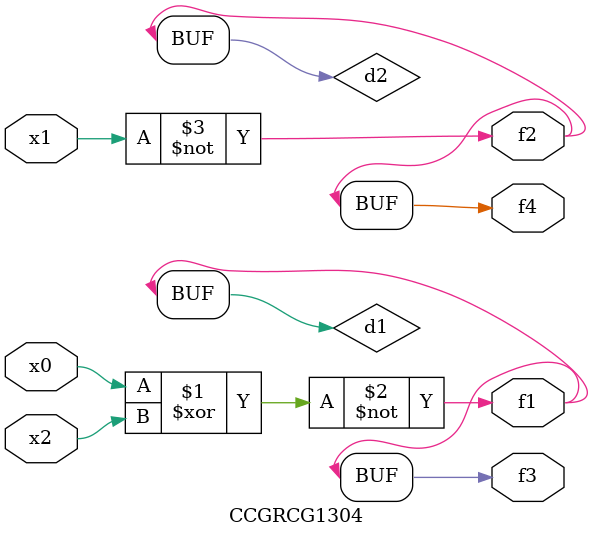
<source format=v>
module CCGRCG1304(
	input x0, x1, x2,
	output f1, f2, f3, f4
);

	wire d1, d2, d3;

	xnor (d1, x0, x2);
	nand (d2, x1);
	nor (d3, x1, x2);
	assign f1 = d1;
	assign f2 = d2;
	assign f3 = d1;
	assign f4 = d2;
endmodule

</source>
